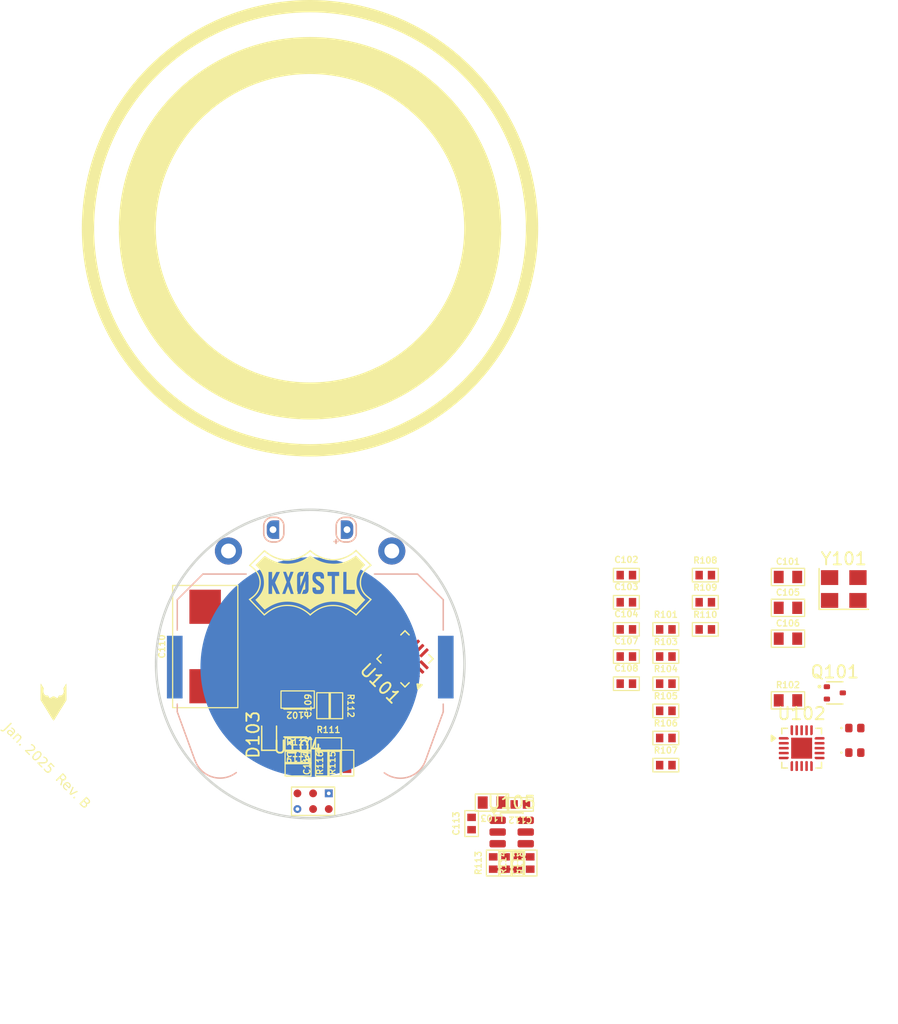
<source format=kicad_pcb>
(kicad_pcb (version 20241229) (generator "pcbnew") (generator_version "9.0")
  (layers (0 "F.Cu" signal) (4 "In1.Cu" signal) (6 "In2.Cu" signal) (2 "B.Cu" signal) (13 "F.Paste" user) (15 "B.Paste" user) (5 "F.SilkS" user "F.Silkscreen") (7 "B.SilkS" user "B.Silkscreen") (1 "F.Mask" user) (3 "B.Mask" user) (25 "Edge.Cuts" user))
  (net 0 "")
  (net 1 "Net-(BT101-+)")
  (net 2 "GND")
  (net 3 "Net-(BZ101-+)")
  (net 4 "/MCU_UPDI")
  (net 5 "/MCU_SDA")
  (net 6 "/MCU_SCL")
  (net 7 "/MCU_DAC0")
  (net 8 "+2V5")
  (net 9 "+BATT")
  (net 10 "Net-(C107-Pad1)")
  (net 11 "Net-(U101-VC)")
  (net 12 "Net-(U104-VIN)")
  (net 13 "Net-(D103-K)")
  (net 14 "Net-(U105-SW)")
  (net 15 "Net-(U105-VBST)")
  (net 16 "Net-(C114-Pad2)")
  (net 17 "Net-(U105-VFB)")
  (net 18 "Net-(D101-K)")
  (net 19 "/BUZZER_PULSE")
  (net 20 "Net-(D102-K)")
  (net 21 "Net-(Q101-D)")
  (net 22 "Net-(Q101-G)")
  (net 23 "Net-(R113-Pad1)")
  (net 24 "/CHARGE_AIN7")
  (net 25 "Net-(U104-FB)")
  (net 26 "Net-(U101-XB)")
  (net 27 "Net-(U101-XA)")
  (net 32 "/~{TX_EN}")
  (net 35 "/2V5_RAIL_EN")
  (net 37 "/BOOST_EN")
  (net 45 "Net-(D103-A)")
  (net 47 "/CLK3")
  (net 48 "/CLK3_T")
  (footprint "Library:Case_CR2032" (layer "F.Cu") (at 75.6 68.6)
    (property "Reference" "U103" (hide yes))
    (property "Value" "Case" (hide yes))
  )
  (footprint "Diode_SMD:D_SOD-523" (layer "F.Cu") (at 72.285247 109.65161 90)
    (property "Reference" "D103" (at 0 -1.3 90) (layer "F.SilkS"))
    (property "Value" "D_Schottky")
    (pad "1" smd roundrect (at -0.7 0 270) (size 0.6 0.7) (layers "F.Cu" "F.Mask" "F.Paste") (net 13 "Net-(D103-K)"))
    (pad "2" smd roundrect (at 0.7 0 270) (size 0.6 0.7) (layers "F.Cu" "F.Mask" "F.Paste") (net 45 "Net-(D103-A)"))
  )
  (footprint "Library:Worthington_C_0402" (layer "F.Cu") (at 101.245 98.915)
    (property "Reference" "C103" (at 0 -1.25 0) (layer "F.SilkS") (effects (font (size 0.5 0.5) (thickness 0.1))))
    (property "Value" "100nF")
    (pad "1" smd rect (at -0.5 0) (size 0.6 0.7) (layers "F.Cu" "F.Mask" "F.Paste") (net 8 "+2V5"))
    (pad "2" smd rect (at 0.5 0) (size 0.6 0.7) (layers "F.Cu" "F.Mask" "F.Paste") (net 2 "GND"))
  )
  (footprint "Library:2x3_1.27mm_Pogo_Header" (layer "F.Cu") (at 75.85 115.04 -90)
    (property "Reference" "J101" (hide yes))
    (property "Value" "1.27mm Pogo Pads For Programming & Debug")
    (pad "1" thru_hole rect (at -0.635 -1.27 180) (size 0.635 0.635) (drill 0.3) (layers "*.Cu" "*.Mask") (net 4 "/MCU_UPDI"))
    (pad "2" smd circle (at 0.635001 -1.27 180) (size 0.635 0.635) (layers "F.Cu" "F.Mask") (net 8 "+2V5"))
    (pad "3" smd circle (at -0.635 0.000001 180) (size 0.635 0.635) (layers "F.Cu" "F.Mask") (net 5 "/MCU_SDA"))
    (pad "4" smd circle (at 0.635 -0.000002 180) (size 0.635 0.635) (layers "F.Cu" "F.Mask") (net 6 "/MCU_SCL"))
    (pad "5" smd circle (at -0.634999 1.270001 180) (size 0.635 0.635) (layers "F.Cu" "F.Mask") (net 7 "/MCU_DAC0"))
    (pad "6" thru_hole circle (at 0.635 1.270001 180) (size 0.635 0.635) (drill 0.3) (layers "*.Cu" "*.Mask") (net 2 "GND"))
  )
  (footprint "Library:Worthington_R_0402" (layer "F.Cu") (at 104.445 103.315)
    (property "Reference" "R103" (at 0 -1.2 0) (layer "F.SilkS") (effects (font (size 0.5 0.5) (thickness 0.1))))
    (property "Value" "600")
    (pad "1" smd rect (at -0.5 0) (size 0.6 0.7) (layers "F.Cu" "F.Mask" "F.Paste") (net 18 "Net-(D101-K)"))
    (pad "2" smd rect (at 0.5 0) (size 0.6 0.7) (layers "F.Cu" "F.Mask" "F.Paste") (net 2 "GND"))
  )
  (footprint "Library:Worthington_R_0402" (layer "F.Cu") (at 104.445 109.915)
    (property "Reference" "R106" (at 0 -1.2 0) (layer "F.SilkS") (effects (font (size 0.5 0.5) (thickness 0.1))))
    (property "Value" "1M")
    (pad "1" smd rect (at -0.5 0) (size 0.6 0.7) (layers "F.Cu" "F.Mask" "F.Paste") (net 3 "Net-(BZ101-+)"))
    (pad "2" smd rect (at 0.5 0) (size 0.6 0.7) (layers "F.Cu" "F.Mask" "F.Paste") (net 2 "GND"))
  )
  (footprint "Library:Worthington_C_0402" (layer "F.Cu") (at 74.631084 112.449998)
    (property "Reference" "C111" (at 0 -1.25 0) (layer "F.SilkS") (effects (font (size 0.5 0.5) (thickness 0.1))))
    (property "Value" "100nF")
    (pad "1" smd rect (at -0.5 -0.000002) (size 0.6 0.7) (layers "F.Cu" "F.Mask" "F.Paste") (net 2 "GND"))
    (pad "2" smd rect (at 0.5 0.000002) (size 0.6 0.7) (layers "F.Cu" "F.Mask" "F.Paste") (net 13 "Net-(D103-K)"))
  )
  (footprint "Library:RF_Solder_Pad" (layer "F.Cu") (at 75.620965 103.916772)
    (property "Reference" "J102" (hide yes))
    (property "Value" "Antenna Spring" (hide yes))
    (pad "1" smd circle (at 0 0) (size 4 4) (layers "F.Cu" "F.Mask" "F.Paste") (net 47 "/CLK3"))
  )
  (footprint "Package_TO_SOT_SMD:SOT-523" (layer "F.Cu") (at 118.145 106.26)
    (property "Reference" "Q101" (at 0 -1.7 0) (layer "F.SilkS"))
    (property "Value" "DMN601TK-7")
    (pad "1" smd roundrect (at -0.645 -0.5 180) (size 0.51 0.4) (layers "F.Cu" "F.Mask" "F.Paste") (net 22 "Net-(Q101-G)"))
    (pad "2" smd roundrect (at -0.645 0.5 180) (size 0.51 0.4) (layers "F.Cu" "F.Mask" "F.Paste") (net 2 "GND"))
    (pad "3" smd roundrect (at 0.645 0 180) (size 0.51 0.4) (layers "F.Cu" "F.Mask" "F.Paste") (net 21 "Net-(Q101-D)"))
  )
  (footprint "Library:Worthington_C_0603" (layer "F.Cu") (at 114.345 99.365)
    (property "Reference" "C105" (at 0 -1.25 0) (layer "F.SilkS") (effects (font (size 0.5 0.5) (thickness 0.1))))
    (property "Value" "22uF")
    (pad "1" smd rect (at -0.75 0) (size 0.8 1) (layers "F.Cu" "F.Mask" "F.Paste") (net 9 "+BATT"))
    (pad "2" smd rect (at 0.75 0) (size 0.8 1) (layers "F.Cu" "F.Mask" "F.Paste") (net 2 "GND"))
  )
  (footprint "Library:Worthington_R_0402" (layer "F.Cu") (at 78.599998 111.95099 90)
    (property "Reference" "R115" (at 0 -1.2 90) (layer "F.SilkS") (effects (font (size 0.5 0.5) (thickness 0.1))))
    (property "Value" "1k")
    (pad "1" smd rect (at -0.5 -0.000001 90) (size 0.6 0.7) (layers "F.Cu" "F.Mask" "F.Paste") (net 24 "/CHARGE_AIN7"))
    (pad "2" smd rect (at 0.5 0.000001 90) (size 0.6 0.7) (layers "F.Cu" "F.Mask" "F.Paste") (net 16 "Net-(C114-Pad2)"))
  )
  (footprint "Library:Worthington_C_0402" (layer "F.Cu") (at 76.7 107.3 90)
    (property "Reference" "C109" (at 0 -1.25 90) (layer "F.SilkS") (effects (font (size 0.5 0.5) (thickness 0.1))))
    (property "Value" "1uF")
    (pad "1" smd rect (at -0.5 -0.000002 90) (size 0.6 0.7) (layers "F.Cu" "F.Mask" "F.Paste") (net 2 "GND"))
    (pad "2" smd rect (at 0.5 0.000002 90) (size 0.6 0.7) (layers "F.Cu" "F.Mask" "F.Paste") (net 12 "Net-(U104-VIN)"))
  )
  (footprint "Library:Logo_10mm_inv" (layer "F.Cu") (at 75.62 97.33)
    (property "Reference" "G***" (hide yes))
    (property "Value" "LOGO" (hide yes))
  )
  (footprint "Package_TO_SOT_SMD:TSOT-23-6" (layer "F.Cu") (at 91.95 117.5375)
    (property "Reference" "U105" (at 0 -2.4 0) (layer "F.SilkS"))
    (property "Value" "TPP361081")
    (pad "1" smd roundrect (at -1.1375 -0.95) (size 1.325 0.6) (layers "F.Cu" "F.Mask" "F.Paste") (net 2 "GND"))
    (pad "2" smd roundrect (at -1.1375 0) (size 1.325 0.6) (layers "F.Cu" "F.Mask" "F.Paste") (net 14 "Net-(U105-SW)"))
    (pad "3" smd roundrect (at -1.1375 0.95) (size 1.325 0.6) (layers "F.Cu" "F.Mask" "F.Paste") (net 13 "Net-(D103-K)"))
    (pad "4" smd roundrect (at 1.1375 0.95) (size 1.325 0.6) (layers "F.Cu" "F.Mask" "F.Paste") (net 17 "Net-(U105-VFB)"))
    (pad "5" smd roundrect (at 1.1375 0) (size 1.325 0.6) (layers "F.Cu" "F.Mask" "F.Paste") (net 35 "/2V5_RAIL_EN"))
    (pad "6" smd roundrect (at 1.1375 -0.95) (size 1.325 0.6) (layers "F.Cu" "F.Mask" "F.Paste") (net 15 "Net-(U105-VBST)"))
  )
  (footprint "Library:Crystal_SMD_Kyocera_CX3225SB-4Pin_3.2x2.5mm" (layer "F.Cu") (at 118.87 97.84)
    (property "Reference" "Y101" (at 0 -2.45 0) (layer "F.SilkS"))
    (property "Value" "25MHz")
    (pad "1" smd rect (at -1.15 0.925) (size 1.4 1.2) (layers "F.Cu" "F.Mask" "F.Paste") (net 26 "Net-(U101-XB)"))
    (pad "2" smd rect (at 1.15 0.925) (size 1.4 1.2) (layers "F.Cu" "F.Mask" "F.Paste") (net 2 "GND"))
    (pad "3" smd rect (at 1.15 -0.925) (size 1.4 1.2) (layers "F.Cu" "F.Mask" "F.Paste") (net 27 "Net-(U101-XA)"))
    (pad "4" smd rect (at -1.15 -0.925) (size 1.4 1.2) (layers "F.Cu" "F.Mask" "F.Paste") (net 2 "GND"))
  )
  (footprint "Inductor_THT:L_Axial_L12.0mm_D5.0mm_P15.24mm_Horizontal_Fastron_MISC" (layer "F.Cu") (at 67.99 95.76)
    (property "Reference" "L101" (hide yes))
    (property "Value" "100mH" (hide yes))
    (pad "1" thru_hole circle (at 1 -1) (size 2.2 2.2) (drill 1.2) (layers "*.Cu" "*.Mask") (net 10 "Net-(C107-Pad1)"))
    (pad "2" thru_hole oval (at 14.24 -1) (size 2.2 2.2) (drill 1.2) (layers "*.Cu" "*.Mask") (net 8 "+2V5"))
  )
  (footprint "Library:Worthington_LED_0402_1005Metric" (layer "F.Cu") (at 119.765 111.1)
    (property "Reference" "D102" (hide yes))
    (property "Value" "GREEN")
    (pad "1" smd roundrect (at -0.485 0) (size 0.6 0.7) (layers "F.Cu" "F.Mask" "F.Paste") (net 20 "Net-(D102-K)"))
    (pad "2" smd roundrect (at 0.485 0) (size 0.6 0.7) (layers "F.Cu" "F.Mask" "F.Paste") (net 19 "/BUZZER_PULSE"))
  )
  (footprint "Library:Worthington_R_0402" (layer "F.Cu") (at 77.7 107.3 -90)
    (property "Reference" "R112" (at 0 -1.2 270) (layer "F.SilkS") (effects (font (size 0.5 0.5) (thickness 0.1))))
    (property "Value" "2k2")
    (pad "1" smd rect (at -0.5 0.000002 270) (size 0.6 0.7) (layers "F.Cu" "F.Mask" "F.Paste") (net 12 "Net-(U104-VIN)"))
    (pad "2" smd rect (at 0.5 -0.000002 270) (size 0.6 0.7) (layers "F.Cu" "F.Mask" "F.Paste") (net 1 "Net-(BT101-+)"))
  )
  (footprint "Package_DFN_QFN:WDFN-8-1EP_2x2mm_P0.5mm_EP0.8x1.2mm" (layer "F.Cu") (at 74.6 108.7 180)
    (property "Reference" "U104" (at 0 -1.95 0) (layer "F.SilkS"))
    (property "Value" "MIC2288YML")
    (pad "1" smd roundrect (at -0.999999 -0.75 180) (size 0.7 0.25) (layers "F.Cu" "F.Mask" "F.Paste") (net 13 "Net-(D103-K)"))
    (pad "2" smd roundrect (at -1.000002 -0.250001 180) (size 0.7 0.25) (layers "F.Cu" "F.Mask" "F.Paste") (net 12 "Net-(U104-VIN)"))
    (pad "3" smd roundrect (at -1 0.250001 180) (size 0.7 0.25) (layers "F.Cu" "F.Mask" "F.Paste") (net 37 "/BOOST_EN"))
    (pad "4" smd roundrect (at -1.000002 0.75 180) (size 0.7 0.25) (layers "F.Cu" "F.Mask" "F.Paste") (net 2 "GND"))
    (pad "5" smd roundrect (at 0.999999 0.75 180) (size 0.7 0.25) (layers "F.Cu" "F.Mask" "F.Paste"))
    (pad "6" smd roundrect (at 1.000002 0.250001 180) (size 0.7 0.25) (layers "F.Cu" "F.Mask" "F.Paste") (net 25 "Net-(U104-FB)"))
    (pad "7" smd roundrect (at 1 -0.250001 180) (size 0.7 0.25) (layers "F.Cu" "F.Mask" "F.Paste") (net 45 "Net-(D103-A)"))
    (pad "8" smd roundrect (at 1.000002 -0.75 180) (size 0.7 0.25) (layers "F.Cu" "F.Mask" "F.Paste") (net 2 "GND"))
    (pad "9" smd rect (at 0 0 180) (size 0.8 1.2) (property pad_prop_heatsink) (layers "F.Cu" "F.Mask") (net 2 "GND"))
  )
  (footprint "Library:Worthington_LED_0402_1005Metric" (layer "F.Cu") (at 119.765 109.11)
    (property "Reference" "D101" (hide yes))
    (property "Value" "RED")
    (pad "1" smd roundrect (at -0.485 0) (size 0.6 0.7) (layers "F.Cu" "F.Mask" "F.Paste") (net 18 "Net-(D101-K)"))
    (pad "2" smd roundrect (at 0.485 0) (size 0.6 0.7) (layers "F.Cu" "F.Mask" "F.Paste") (net 8 "+2V5"))
  )
  (footprint "Library:Worthington_R_0402" (layer "F.Cu") (at 104.445 105.515)
    (property "Reference" "R104" (at 0 -1.2 0) (layer "F.SilkS") (effects (font (size 0.5 0.5) (thickness 0.1))))
    (property "Value" "0R")
    (pad "1" smd rect (at -0.5 0) (size 0.6 0.7) (layers "F.Cu" "F.Mask" "F.Paste") (net 48 "/CLK3_T"))
    (pad "2" smd rect (at 0.5 0) (size 0.6 0.7) (layers "F.Cu" "F.Mask" "F.Paste") (net 47 "/CLK3"))
  )
  (footprint "Library:Worthington_R_0402" (layer "F.Cu") (at 104.445 112.115)
    (property "Reference" "R107" (at 0 -1.2 0) (layer "F.SilkS") (effects (font (size 0.5 0.5) (thickness 0.1))))
    (property "Value" "10")
    (pad "1" smd rect (at -0.5 0) (size 0.6 0.7) (layers "F.Cu" "F.Mask" "F.Paste") (net 21 "Net-(Q101-D)"))
    (pad "2" smd rect (at 0.5 0) (size 0.6 0.7) (layers "F.Cu" "F.Mask" "F.Paste") (net 10 "Net-(C107-Pad1)"))
  )
  (footprint "Library:Worthington_R_0402" (layer "F.Cu") (at 74.631084 111.45099)
    (property "Reference" "R117" (at 0 -1.2 0) (layer "F.SilkS") (effects (font (size 0.5 0.5) (thickness 0.1))))
    (property "Value" "107k")
    (pad "1" smd rect (at -0.5 0.000001) (size 0.6 0.7) (layers "F.Cu" "F.Mask" "F.Paste") (net 25 "Net-(U104-FB)"))
    (pad "2" smd rect (at 0.5 -0.000001) (size 0.6 0.7) (layers "F.Cu" "F.Mask" "F.Paste") (net 13 "Net-(D103-K)"))
  )
  (footprint "Library:Worthington_R_0402" (layer "F.Cu") (at 104.445 101.115)
    (property "Reference" "R101" (at 0 -1.2 0) (layer "F.SilkS") (effects (font (size 0.5 0.5) (thickness 0.1))))
    (property "Value" "15k")
    (pad "1" smd rect (at -0.5 0) (size 0.6 0.7) (layers "F.Cu" "F.Mask" "F.Paste") (net 5 "/MCU_SDA"))
    (pad "2" smd rect (at 0.5 0) (size 0.6 0.7) (layers "F.Cu" "F.Mask" "F.Paste") (net 8 "+2V5"))
  )
  (footprint "Library:Worthington_CTant_2917" (layer "F.Cu") (at 67.1 102.5 90)
    (property "Reference" "C110" (at -0.000001 -3.499035 90) (layer "F.SilkS") (effects (font (size 0.5 0.5) (thickness 0.1))))
    (property "Value" "47uF")
    (pad "1" smd rect (at -3.22 0 90) (size 2.77 2.55) (layers "F.Cu" "F.Mask" "F.Paste") (net 13 "Net-(D103-K)"))
    (pad "2" smd rect (at 3.22 0 90) (size 2.77 2.55) (layers "F.Cu" "F.Mask" "F.Paste") (net 2 "GND"))
  )
  (footprint "Library:Worthington_R_0402" (layer "F.Cu") (at 104.445 107.715)
    (property "Reference" "R105" (at 0 -1.2 0) (layer "F.SilkS") (effects (font (size 0.5 0.5) (thickness 0.1))))
    (property "Value" "1k")
    (pad "1" smd rect (at -0.5 0) (size 0.6 0.7) (layers "F.Cu" "F.Mask" "F.Paste") (net 7 "/MCU_DAC0"))
    (pad "2" smd rect (at 0.5 0) (size 0.6 0.7) (layers "F.Cu" "F.Mask" "F.Paste") (net 11 "Net-(U101-VC)"))
  )
  (footprint "Library:Worthington_L_0603" (layer "F.Cu") (at 90.35 115.15 180)
    (property "Reference" "L103" (at 0 -1.25 180) (layer "F.SilkS") (effects (font (size 0.5 0.5) (thickness 0.1))))
    (property "Value" "4u7H")
    (pad "1" smd rect (at -0.75 0 180) (size 0.8 1) (layers "F.Cu" "F.Mask" "F.Paste") (net 14 "Net-(U105-SW)"))
    (pad "2" smd rect (at 0.75 0 180) (size 0.8 1) (layers "F.Cu" "F.Mask" "F.Paste") (net 8 "+2V5"))
  )
  (footprint "Library:Worthington_C_0402" (layer "F.Cu") (at 92.65 115.3 180)
    (property "Reference" "C112" (at 0 -1.25 180) (layer "F.SilkS") (effects (font (size 0.5 0.5) (thickness 0.1))))
    (property "Value" "100nF")
    (pad "1" smd rect (at -0.5 -0.000002 180) (size 0.6 0.7) (layers "F.Cu" "F.Mask" "F.Paste") (net 15 "Net-(U105-VBST)"))
    (pad "2" smd rect (at 0.5 0.000002 180) (size 0.6 0.7) (layers "F.Cu" "F.Mask" "F.Paste") (net 14 "Net-(U105-SW)"))
  )
  (footprint "Library:Worthington_R_0402" (layer "F.Cu") (at 107.645 96.715)
    (property "Reference" "R108" (at 0 -1.2 0) (layer "F.SilkS") (effects (font (size 0.5 0.5) (thickness 0.1))))
    (property "Value" "10")
    (pad "1" smd rect (at -0.5 0) (size 0.6 0.7) (layers "F.Cu" "F.Mask" "F.Paste") (net 19 "/BUZZER_PULSE"))
    (pad "2" smd rect (at 0.5 0) (size 0.6 0.7) (layers "F.Cu" "F.Mask" "F.Paste") (net 22 "Net-(Q101-G)"))
  )
  (footprint "Library:Worthington_C_0402" (layer "F.Cu") (at 93.450001 120.05 90)
    (property "Reference" "C115" (at 0 -1.25 90) (layer "F.SilkS") (effects (font (size 0.5 0.5) (thickness 0.1))))
    (property "Value" "220pF")
    (pad "1" smd rect (at -0.5 -0.000002 90) (size 0.6 0.7) (layers "F.Cu" "F.Mask" "F.Paste") (net 2 "GND"))
    (pad "2" smd rect (at 0.5 0.000002 90) (size 0.6 0.7) (layers "F.Cu" "F.Mask" "F.Paste") (net 17 "Net-(U105-VFB)"))
  )
  (footprint "Library:Worthington_C_0603" (layer "F.Cu") (at 114.345 101.865)
    (property "Reference" "C106" (at 0 -1.25 0) (layer "F.SilkS") (effects (font (size 0.5 0.5) (thickness 0.1))))
    (property "Value" "22uF")
    (pad "1" smd rect (at -0.75 0) (size 0.8 1) (layers "F.Cu" "F.Mask" "F.Paste") (net 9 "+BATT"))
    (pad "2" smd rect (at 0.75 0) (size 0.8 1) (layers "F.Cu" "F.Mask" "F.Paste") (net 2 "GND"))
  )
  (footprint "Library:Worthington_R_0402" (layer "F.Cu") (at 92.450001 120.05 90)
    (property "Reference" "R114" (at 0 -1.2 90) (layer "F.SilkS") (effects (font (size 0.5 0.5) (thickness 0.1))))
    (property "Value" "1k")
    (pad "1" smd rect (at -0.5 0.000001 90) (size 0.6 0.7) (layers "F.Cu" "F.Mask" "F.Paste") (net 23 "Net-(R113-Pad1)"))
    (pad "2" smd rect (at 0.5 -0.000001 90) (size 0.6 0.7) (layers "F.Cu" "F.Mask" "F.Paste") (net 17 "Net-(U105-VFB)"))
  )
  (footprint "Library:Worthington_C_0402" (layer "F.Cu") (at 101.245 101.115)
    (property "Reference" "C104" (at 0 -1.25 0) (layer "F.SilkS") (effects (font (size 0.5 0.5) (thickness 0.1))))
    (property "Value" "100nF")
    (pad "1" smd rect (at -0.5 0) (size 0.6 0.7) (layers "F.Cu" "F.Mask" "F.Paste") (net 9 "+BATT"))
    (pad "2" smd rect (at 0.5 0) (size 0.6 0.7) (layers "F.Cu" "F.Mask" "F.Paste") (net 2 "GND"))
  )
  (footprint "Library:Worthington_L_0603" (layer "F.Cu") (at 74.6 106.8 180)
    (property "Reference" "L102" (at 0 -1.25 180) (layer "F.SilkS") (effects (font (size 0.5 0.5) (thickness 0.1))))
    (property "Value" "10uH")
    (pad "1" smd rect (at -0.75 0 180) (size 0.8 1) (layers "F.Cu" "F.Mask" "F.Paste") (net 12 "Net-(U104-VIN)"))
    (pad "2" smd rect (at 0.75 0 180) (size 0.8 1) (layers "F.Cu" "F.Mask" "F.Paste") (net 45 "Net-(D103-A)"))
  )
  (footprint "Library:Worthington_R_0402" (layer "F.Cu") (at 74.631084 110.45 180)
    (property "Reference" "R119" (at 0 -1.2 180) (layer "F.SilkS") (effects (font (size 0.5 0.5) (thickness 0.1))))
    (property "Value" "5k")
    (pad "1" smd rect (at -0.5 -0.000002 180) (size 0.6 0.7) (layers "F.Cu" "F.Mask" "F.Paste") (net 2 "GND"))
    (pad "2" smd rect (at 0.5 0.000002 180) (size 0.6 0.7) (layers "F.Cu" "F.Mask" "F.Paste") (net 25 "Net-(U104-FB)"))
  )
  (footprint "Library:Buzzer_Pad_NEG" (layer "F.Cu") (at 72.599999 93.030001)
    (property "Reference" "BZ102" (hide yes))
    (property "Value" "7BB-20-3" (hide yes))
    (pad "2" thru_hole circle (at 0 0) (size 0.6 0.6) (drill 0.55) (layers "*.Cu" "*.Mask") (net 2 "GND"))
    (pad "2" smd custom (at 0 0) (size 1 0.5) (layers "F.Cu" "F.Mask") (net 2 "GND") (options (clearance outline) (anchor rect)) (primitives (gr_circle (center 0 0.25) (end 0.5 0.25) (width 0) (fill yes)) (gr_circle (center 0 -0.25) (end 0.5 -0.25) (width 0) (fill yes)) (gr_poly (pts (xy 0.5 0.75) (xy 0 0.75) (xy 0 -0.75) (xy 0.5 -0.75)) (width 0) (fill yes))))
    (pad "2" smd custom (at 0 0) (size 1 0.5) (layers "B.Cu" "B.Mask") (net 2 "GND") (options (clearance outline) (anchor rect)) (primitives (gr_circle (center 0 0.25) (end 0.5 0.25) (width 0) (fill yes)) (gr_circle (center 0 -0.25) (end 0.5 -0.25) (width 0) (fill yes)) (gr_poly (pts (xy 0.5 0.75) (xy 0 0.75) (xy 0 -0.75) (xy 0.5 -0.75)) (width 0) (fill yes))))
  )
  (footprint "Library:Worthington_R_0402" (layer "F.Cu") (at 91.450001 120.05 -90)
    (property "Reference" "R118" (at 0 -1.2 270) (layer "F.SilkS") (effects (font (size 0.5 0.5) (thickness 0.1))))
    (property "Value" "127k")
    (pad "1" smd rect (at -0.5 -0.000001 270) (size 0.6 0.7) (layers "F.Cu" "F.Mask" "F.Paste") (net 2 "GND"))
    (pad "2" smd rect (at 0.5 0.000001 270) (size 0.6 0.7) (layers "F.Cu" "F.Mask" "F.Paste") (net 23 "Net-(R113-Pad1)"))
  )
  (footprint "Library:Worthington_R_0402" (layer "F.Cu") (at 77.1 110.45099)
    (property "Reference" "R111" (at 0 -1.2 0) (layer "F.SilkS") (effects (font (size 0.5 0.5) (thickness 0.1))))
    (property "Value" "3M")
    (pad "1" smd rect (at -0.5 -0.000001) (size 0.6 0.7) (layers "F.Cu" "F.Mask" "F.Paste") (net 16 "Net-(C114-Pad2)"))
    (pad "2" smd rect (at 0.5 0.000001) (size 0.6 0.7) (layers "F.Cu" "F.Mask" "F.Paste") (net 13 "Net-(D103-K)"))
  )
  (footprint "Library:Worthington_C_0402" (layer "F.Cu") (at 101.245 96.715)
    (property "Reference" "C102" (at 0 -1.25 0) (layer "F.SilkS") (effects (font (size 0.5 0.5) (thickness 0.1))))
    (property "Value" "100nF")
    (pad "1" smd rect (at -0.5 0) (size 0.6 0.7) (layers "F.Cu" "F.Mask" "F.Paste") (net 8 "+2V5"))
    (pad "2" smd rect (at 0.5 0) (size 0.6 0.7) (layers "F.Cu" "F.Mask" "F.Paste") (net 2 "GND"))
  )
  (footprint "Library:Worthington_R_0402" (layer "F.Cu") (at 77.599998 111.95099 90)
    (property "Reference" "R116" (at 0 -1.2 90) (layer "F.SilkS") (effects (font (size 0.5 0.5) (thickness 0.1))))
    (property "Value" "200k")
    (pad "1" smd rect (at -0.5 -0.000002 90) (size 0.6 0.7) (layers "F.Cu" "F.Mask" "F.Paste") (net 2 "GND"))
    (pad "2" smd rect (at 0.5 0.000002 90) (size 0.6 0.7) (layers "F.Cu" "F.Mask" "F.Paste") (net 16 "Net-(C114-Pad2)"))
  )
  (footprint "Package_DFN_QFN:VQFN-20-1EP_3x3mm_P0.4mm_EP1.7x1.7mm" (layer "F.Cu") (at 115.455 110.74)
    (property "Reference" "U102" (at 0 -2.8 0) (layer "F.SilkS"))
    (property "Value" "ATtiny416-M")
    (pad "1" smd custom (at -1.45 -0.8) (size 0.143431 0.143431) (layers "F.Cu" "F.Mask" "F.Paste") (net 6 "/MCU_SCL") (options (clearance outline) (anchor circle)) (primitives (gr_poly (pts (xy -0.35 -0.05) (xy 0.299289 -0.05) (xy 0.35 0.000711) (xy 0.35 0.05) (xy -0.35 0.05)) (width 0.1) (fill yes))))
    (pad "2" smd roundrect (at -1.45 -0.4) (size 0.8 0.2) (layers "F.Cu" "F.Mask" "F.Paste"))
    (pad "3" smd roundrect (at -1.45 0) (size 0.8 0.2) (layers "F.Cu" "F.Mask" "F.Paste") (net 2 "GND"))
    (pad "4" smd roundrect (at -1.45 0.4) (size 0.8 0.2) (layers "F.Cu" "F.Mask" "F.Paste") (net 9 "+BATT"))
    (pad "5" smd custom (at -1.45 0.8) (size 0.143431 0.143431) (layers "F.Cu" "F.Mask" "F.Paste") (net 35 "/2V5_RAIL_EN") (options (clearance outline) (anchor circle)) (primitives (gr_poly (pts (xy -0.35 -0.05) (xy 0.35 -0.05) (xy 0.35 -0.000711) (xy 0.299289 0.05) (xy -0.35 0.05)) (width 0.1) (fill yes))))
    (pad "6" smd custom (at -0.8 1.45) (size 0.143431 0.143431) (layers "F.Cu" "F.Mask" "F.Paste") (options (clearance outline) (anchor circle)) (primitives (gr_poly (pts (xy -0.05 -0.299289) (xy 0.000711 -0.35) (xy 0.05 -0.35) (xy 0.05 0.35) (xy -0.05 0.35)) (width 0.1) (fill yes))))
    (pad "7" smd roundrect (at -0.4 1.45) (size 0.2 0.8) (layers "F.Cu" "F.Mask" "F.Paste") (net 7 "/MCU_DAC0"))
    (pad "8" smd roundrect (at 0 1.45) (size 0.2 0.8) (layers "F.Cu" "F.Mask" "F.Paste") (net 24 "/CHARGE_AIN7"))
    (pad "9" smd roundrect (at 0.4 1.45) (size 0.2 0.8) (layers "F.Cu" "F.Mask" "F.Paste"))
    (pad "10" smd custom (at 0.8 1.45) (size 0.143431 0.143431) (layers "F.Cu" "F.Mask" "F.Paste") (net 37 "/BOOST_EN") (options (clearance outline) (anchor circle)) (primitives (gr_poly (pts (xy -0.05 -0.35) (xy -0.000711 -0.35) (xy 0.05 -0.299289) (xy 0.05 0.35) (xy -0.05 0.35)) (width 0.1) (fill yes))))
    (pad "11" smd custom (at 1.45 0.8) (size 0.143431 0.143431) (layers "F.Cu" "F.Mask" "F.Paste") (options (clearance outline) (anchor circle)) (primitives (gr_poly (pts (xy -0.35 -0.05) (xy 0.35 -0.05) (xy 0.35 0.05) (xy -0.299289 0.05) (xy -0.35 -0.000711)) (width 0.1) (fill yes))))
    (pad "12" smd roundrect (at 1.45 0.4) (size 0.8 0.2) (layers "F.Cu" "F.Mask" "F.Paste") (net 32 "/~{TX_EN}"))
    (pad "13" smd roundrect (at 1.45 0) (size 0.8 0.2) (layers "F.Cu" "F.Mask" "F.Paste"))
    (pad "14" smd roundrect (at 1.45 -0.4) (size 0.8 0.2) (layers "F.Cu" "F.Mask" "F.Paste"))
    (pad "15" smd custom (at 1.45 -0.8) (size 0.143431 0.143431) (layers "F.Cu" "F.Mask" "F.Paste") (net 19 "/BUZZER_PULSE") (options (clearance outline) (anchor circle)) (primitives (gr_poly (pts (xy -0.35 0.000711) (xy -0.299289 -0.05) (xy 0.35 -0.05) (xy 0.35 0.05) (xy -0.35 0.05)) (width 0.1) (fill yes))))
    (pad "16" smd custom (at 0.8 -1.45) (size 0.143431 0.143431) (layers "F.Cu" "F.Mask" "F.Paste") (options (clearance outline) (anchor circle)) (primitives (gr_poly (pts (xy -0.05 -0.35) (xy 0.05 -0.35) (xy 0.05 0.299289) (xy -0.000711 0.35) (xy -0.05 0.35)) (width 0.1) (fill yes))))
    (pad "17" smd roundrect (at 0.4 -1.45) (size 0.2 0.8) (layers "F.Cu" "F.Mask" "F.Paste"))
    (pad "18" smd roundrect (at 0 -1.45) (size 0.2 0.8) (layers "F.Cu" "F.Mask" "F.Paste"))
    (pad "19" smd roundrect (at -0.4 -1.45) (size 0.2 0.8) (layers "F.Cu" "F.Mask" "F.Paste") (net 4 "/MCU_UPDI"))
    (pad "20" smd custom (at -0.8 -1.45) (size 0.143431 0.143431) (layers "F.Cu" "F.Mask" "F.Paste") (net 5 "/MCU_SDA") (options (clearance outline) (anchor circle)) (primitives (gr_poly (pts (xy -0.05 -0.35) (xy 0.05 -0.35) (xy 0.05 0.35) (xy 0.000711 0.35) (xy -0.05 0.299289)) (width 0.1) (fill yes))))
    (pad "21" smd rect (at 0 0) (size 1.7 1.7) (property pad_prop_heatsink) (layers "F.Cu" "F.Mask") (net 2 "GND"))
  )
  (footprint "Library:Worthington_R_0603" (layer "F.Cu") (at 114.345 106.865)
    (property "Reference" "R102" (at 0 -1.25 0) (layer "F.SilkS") (effects (font (size 0.5 0.5) (thickness 0.1))))
    (property "Value" "15k")
    (pad "1" smd rect (at -0.75 0) (size 0.8 1) (layers "F.Cu" "F.Mask" "F.Paste") (net 6 "/MCU_SCL"))
    (pad "2" smd rect (at 0.75 0) (size 0.8 1) (layers "F.Cu" "F.Mask" "F.Paste") (net 8 "+2V5"))
  )
  (footprint "Library:Worthington_R_0402" (layer "F.Cu") (at 107.645 101.115)
    (property "Reference" "R110" (at 0 -1.2 0) (layer "F.SilkS") (effects (font (size 0.5 0.5) (thickness 0.1))))
    (property "Value" "500")
    (pad "1" smd rect (at -0.5 0) (size 0.6 0.7) (layers "F.Cu" "F.Mask" "F.Paste") (net 20 "Net-(D102-K)"))
    (pad "2" smd rect (at 0.5 0) (size 0.6 0.7) (layers "F.Cu" "F.Mask" "F.Paste") (net 2 "GND"))
  )
  (footprint "Library:Worthington_R_0402" (layer "F.Cu") (at 107.645 98.915)
    (property "Reference" "R109" (at 0 -1.2 0) (layer "F.SilkS") (effects (font (size 0.5 0.5) (thickness 0.1))))
    (property "Value" "1M")
    (pad "1" smd rect (at -0.5 0) (size 0.6 0.7) (layers "F.Cu" "F.Mask" "F.Paste") (net 22 "Net-(Q101-G)"))
    (pad "2" smd rect (at 0.5 0) (size 0.6 0.7) (layers "F.Cu" "F.Mask" "F.Paste") (net 2 "GND"))
  )
  (footprint "Library:Worthington_R_0402" (layer "F.Cu") (at 90.450003 120.05 90)
    (property "Reference" "R113" (at 0 -1.2 90) (layer "F.SilkS") (effects (font (size 0.5 0.5) (thickness 0.1))))
    (property "Value" "402k")
    (pad "1" smd rect (at -0.5 -0.000002 90) (size 0.6 0.7) (layers "F.Cu" "F.Mask" "F.Paste") (net 23 "Net-(R113-Pad1)"))
    (pad "2" smd rect (at 0.5 0.000002 90) (size 0.6 0.7) (layers "F.Cu" "F.Mask" "F.Paste") (net 8 "+2V5"))
  )
  (footprint "Library:Worthington_C_0402" (layer "F.Cu") (at 76.599998 111.95099 90)
    (property "Reference" "C114" (at 0 -1.25 90) (layer "F.SilkS") (effects (font (size 0.5 0.5) (thickness 0.1))))
    (property "Value" "100nF")
    (pad "1" smd rect (at -0.5 -0.000002 90) (size 0.6 0.7) (layers "F.Cu" "F.Mask" "F.Paste") (net 2 "GND"))
    (pad "2" smd rect (at 0.5 0.000002 90) (size 0.6 0.7) (layers "F.Cu" "F.Mask" "F.Paste") (net 16 "Net-(C114-Pad2)"))
  )
  (footprint "Library:IPL_Logo_3mm" (layer "F.Cu") (at 54.8 107)
    (property "Reference" "G***" (hide yes))
    (property "Value" "LOGO" (hide yes))
  )
  (footprint "Package_DFN_QFN:QFN-16-1EP_3x3mm_P0.5mm_EP1.45x1.45mm" (layer "F.Cu") (at 83.3 103.5 135)
    (property "Reference" "U101" (at 0 -2.83 135) (layer "F.SilkS"))
    (property "Value" "Si5351B-B-GM1")
    (pad "1" smd roundrect (at -1.437499 -0.750002 135) (size 0.875 0.25) (layers "F.Cu" "F.Mask" "F.Paste") (net 27 "Net-(U101-XA)"))
    (pad "2" smd roundrect (at -1.4375 -0.249999 135) (size 0.875 0.25) (layers "F.Cu" "F.Mask" "F.Paste") (net 26 "Net-(U101-XB)"))
    (pad "3" smd roundrect (at -1.4375 0.249999 135) (size 0.875 0.25) (layers "F.Cu" "F.Mask" "F.Paste") (net 11 "Net-(U101-VC)"))
    (pad "4" smd roundrect (at -1.437499 0.750002 135) (size 0.875 0.25) (layers "F.Cu" "F.Mask" "F.Paste") (net 6 "/MCU_SCL"))
    (pad "5" smd roundrect (at -0.750002 1.437499 135) (size 0.25 0.875) (layers "F.Cu" "F.Mask" "F.Paste") (net 5 "/MCU_SDA"))
    (pad "6" smd roundrect (at -0.249999 1.4375 135) (size 0.25 0.875) (layers "F.Cu" "F.Mask" "F.Paste") (net 32 "/~{TX_EN}"))
    (pad "7" smd roundrect (at 0.249999 1.4375 135) (size 0.25 0.875) (layers "F.Cu" "F.Mask" "F.Paste"))
    (pad "8" smd roundrect (at 0.750002 1.437499 135) (size 0.25 0.875) (layers "F.Cu" "F.Mask" "F.Paste"))
    (pad "9" smd roundrect (at 1.437499 0.750002 135) (size 0.875 0.25) (layers "F.Cu" "F.Mask" "F.Paste") (net 8 "+2V5"))
    (pad "10" smd roundrect (at 1.4375 0.249999 135) (size 0.875 0.25) (layers "F.Cu" "F.Mask" "F.Paste"))
    (pad "11" smd roundrect (at 1.4375 -0.249999 135) (size 0.875 0.25) (layers "F.Cu" "F.Mask" "F.Paste"))
    (pad "12" smd roundrect (at 1.437499 -0.750002 135) (size 0.875 0.25) (layers "F.Cu" "F.Mask" "F.Paste") (net 48 "/CLK3_T"))
    (pad "13" smd roundrect (at 0.750002 -1.437499 135) (size 0.25 0.875) (layers "F.Cu" "F.Mask" "F.Paste"))
    (pad "14" smd roundrect (at 0.249999 -1.4375 135) (size 0.25 0.875) (layers "F.Cu" "F.Mask" "F.Paste"))
    (pad "15" smd roundrect (at -0.249999 -1.4375 135) (size 0.25 0.875) (layers "F.Cu" "F.Mask" "F.Paste") (net 2 "GND"))
    (pad "16" smd roundrect (at -0.750002 -1.437499 135) (size 0.25 0.875) (layers "F.Cu" "F.Mask" "F.Paste") (net 8 "+2V5"))
    (pad "17" smd rect (at 0 0 135) (size 1.45 1.45) (property pad_prop_heatsink) (layers "F.Cu" "F.Mask") (net 2 "GND"))
  )
  (footprint "Library:Worthington_C_0402" (layer "F.Cu") (at 88.7 116.85 90)
    (property "Reference" "C113" (at 0 -1.25 90) (layer "F.SilkS") (effects (font (size 0.5 0.5) (thickness 0.1))))
    (property "Value" "100nF")
    (pad "1" smd rect (at -0.5 -0.000002 90) (size 0.6 0.7) (layers "F.Cu" "F.Mask" "F.Paste") (net 2 "GND"))
    (pad "2" smd rect (at 0.5 0.000002 90) (size 0.6 0.7) (layers "F.Cu" "F.Mask" "F.Paste") (net 8 "+2V5"))
  )
  (footprint "Library:Worthington_C_0603" (layer "F.Cu") (at 114.345 96.865)
    (property "Reference" "C101" (at 0 -1.25 0) (layer "F.SilkS") (effects (font (size 0.5 0.5) (thickness 0.1))))
    (property "Value" "10uF")
    (pad "1" smd rect (at -0.75 0) (size 0.8 1) (layers "F.Cu" "F.Mask" "F.Paste") (net 8 "+2V5"))
    (pad "2" smd rect (at 0.75 0) (size 0.8 1) (layers "F.Cu" "F.Mask" "F.Paste") (net 2 "GND"))
  )
  (footprint "Library:Buzzer_Pad_POS" (layer "F.Cu") (at 78.6 93.030001 180)
    (property "Reference" "BZ101" (hide yes))
    (property "Value" "7BB-20-3" (hide yes))
    (pad "1" thru_hole circle (at 0 0 180) (size 0.6 0.6) (drill 0.55) (layers "*.Cu" "*.Mask") (net 3 "Net-(BZ101-+)"))
    (pad "1" smd custom (at 0 0 180) (size 1 0.5) (layers "F.Cu" "F.Mask") (net 3 "Net-(BZ101-+)") (options (clearance outline) (anchor rect)) (primitives (gr_circle (center 0 0.25) (end 0.5 0.25) (width 0) (fill yes)) (gr_circle (center 0 -0.25) (end 0.5 -0.25) (width 0) (fill yes)) (gr_poly (pts (xy 0.5 0.75) (xy 0 0.75) (xy 0 -0.75) (xy 0.5 -0.75)) (width 0) (fill yes))))
    (pad "1" smd custom (at 0 0 180) (size 1 0.5) (layers "B.Cu" "B.Mask") (net 3 "Net-(BZ101-+)") (options (clearance outline) (anchor rect)) (primitives (gr_circle (center 0 0.25) (end 0.5 0.25) (width 0) (fill yes)) (gr_circle (center 0 -0.25) (end 0.5 -0.25) (width 0) (fill yes)) (gr_poly (pts (xy 0.5 0.75) (xy 0 0.75) (xy 0 -0.75) (xy 0.5 -0.75)) (width 0) (fill yes))))
  )
  (footprint "Library:Worthington_C_0402" (layer "F.Cu") (at 101.245 105.515)
    (property "Reference" "C108" (at 0 -1.25 0) (layer "F.SilkS") (effects (font (size 0.5 0.5) (thickness 0.1))))
    (property "Value" "100nF")
    (pad "1" smd rect (at -0.5 0) (size 0.6 0.7) (layers "F.Cu" "F.Mask" "F.Paste") (net 2 "GND"))
    (pad "2" smd rect (at 0.5 0) (size 0.6 0.7) (layers "F.Cu" "F.Mask" "F.Paste") (net 11 "Net-(U101-VC)"))
  )
  (footprint "Library:Worthington_C_0402" (layer "F.Cu") (at 101.245 103.315)
    (property "Reference" "C107" (at 0 -1.25 0) (layer "F.SilkS") (effects (font (size 0.5 0.5) (thickness 0.1))))
    (property "Value" "1uF")
    (pad "1" smd rect (at -0.5 0) (size 0.6 0.7) (layers "F.Cu" "F.Mask" "F.Paste") (net 10 "Net-(C107-Pad1)"))
    (pad "2" smd rect (at 0.5 0) (size 0.6 0.7) (layers "F.Cu" "F.Mask" "F.Paste") (net 3 "Net-(BZ101-+)"))
  )
  (footprint "Battery:BatteryHolder_Keystone_3034_1x20mm" (layer "B.Cu") (at 75.62 104.17 180)
    (property "Reference" "BT101" (hide yes))
    (property "Value" "CR2032")
    (pad "1" smd rect (at -10.985 0 180) (size 1.27 5.08) (layers "B.Cu" "B.Mask" "B.Paste") (net 1 "Net-(BT101-+)"))
    (pad "1" smd rect (at 10.985 0 180) (size 1.27 5.08) (layers "B.Cu" "B.Mask" "B.Paste") (net 1 "Net-(BT101-+)"))
    (pad "2" smd circle (at 0 0 180) (size 17.8 17.8) (layers "B.Cu" "B.Mask") (net 2 "GND"))
  )
  (gr_circle (center 75.62 103.916925) (end 63.12 103.916925) (stroke (width 0.2)) (fill no) (layer "Edge.Cuts"))
  (gr_text "Rev. B" (at 56.37 114.25 315) (layer "F.SilkS") (effects (font (size 0.8 0.8))))
  (gr_text "Jan. 2025" (at 52.8 110.8 -45) (layer "F.SilkS") (effects (font (size 0.8 0.8))))
  (segment (start 77.599996 111.450986) (end 77.6 111.45099) (width 0.2) (layer "F.Cu") (net 16))
  (segment (start 76.6 111.45099) (end 78.599999 111.45099) (width 0.2) (layer "F.Cu") (net 16))
  (segment (start 76.6 110.450989) (end 76.6 111.45099) (width 0.2) (layer "F.Cu") (net 16))
  (segment (start 92.45 119.55) (end 93.450003 119.55) (width 0.2) (layer "F.Cu") (net 17))
  (segment (start 90.450001 120.55) (end 92.450002 120.55) (width 0.2) (layer "F.Cu") (net 23))
)
</source>
